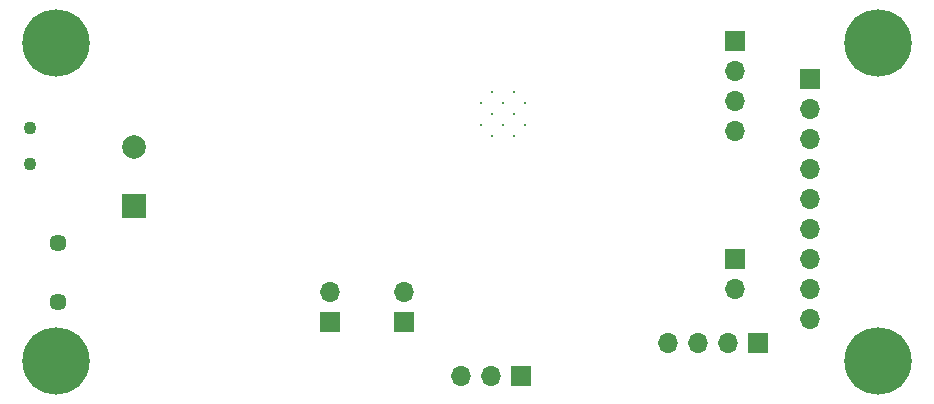
<source format=gbr>
%TF.GenerationSoftware,KiCad,Pcbnew,(5.1.9)-1*%
%TF.CreationDate,2021-04-09T17:12:20+02:00*%
%TF.ProjectId,mainboard,6d61696e-626f-4617-9264-2e6b69636164,rev?*%
%TF.SameCoordinates,Original*%
%TF.FileFunction,Soldermask,Bot*%
%TF.FilePolarity,Negative*%
%FSLAX46Y46*%
G04 Gerber Fmt 4.6, Leading zero omitted, Abs format (unit mm)*
G04 Created by KiCad (PCBNEW (5.1.9)-1) date 2021-04-09 17:12:20*
%MOMM*%
%LPD*%
G01*
G04 APERTURE LIST*
%ADD10C,5.700000*%
%ADD11C,3.600000*%
%ADD12O,1.700000X1.700000*%
%ADD13R,1.700000X1.700000*%
%ADD14C,2.000000*%
%ADD15R,2.000000X2.000000*%
%ADD16C,0.300000*%
%ADD17C,1.102360*%
%ADD18C,1.450000*%
G04 APERTURE END LIST*
D10*
%TO.C,J12*%
X144780000Y-112776000D03*
D11*
X144780000Y-112776000D03*
%TD*%
D10*
%TO.C,J11*%
X144780000Y-85852000D03*
D11*
X144780000Y-85852000D03*
%TD*%
D10*
%TO.C,J10*%
X75184000Y-112776000D03*
D11*
X75184000Y-112776000D03*
%TD*%
D10*
%TO.C,J9*%
X75184000Y-85852000D03*
D11*
X75184000Y-85852000D03*
%TD*%
D12*
%TO.C,J7*%
X132715000Y-93345000D03*
X132715000Y-90805000D03*
X132715000Y-88265000D03*
D13*
X132715000Y-85725000D03*
%TD*%
D14*
%TO.C,C3*%
X81788000Y-94695000D03*
D15*
X81788000Y-99695000D03*
%TD*%
D16*
%TO.C,U1*%
X113963500Y-93737000D03*
X112128500Y-93737000D03*
X114881000Y-92819500D03*
X113046000Y-92819500D03*
X111211000Y-92819500D03*
X113963500Y-91902000D03*
X112128500Y-91902000D03*
X114881000Y-90984500D03*
X113046000Y-90984500D03*
X111211000Y-90984500D03*
X113963500Y-90067000D03*
X112128500Y-90067000D03*
%TD*%
D17*
%TO.C,S3*%
X73025000Y-93116400D03*
X73025000Y-96113600D03*
%TD*%
D18*
%TO.C,J1*%
X75344000Y-107783000D03*
X75344000Y-102783000D03*
%TD*%
D12*
%TO.C,J8*%
X109474000Y-114046000D03*
X112014000Y-114046000D03*
D13*
X114554000Y-114046000D03*
%TD*%
D12*
%TO.C,J2*%
X127000000Y-111252000D03*
X129540000Y-111252000D03*
X132080000Y-111252000D03*
D13*
X134620000Y-111252000D03*
%TD*%
D12*
%TO.C,J6*%
X132715000Y-106680000D03*
D13*
X132715000Y-104140000D03*
%TD*%
D12*
%TO.C,J5*%
X98425000Y-106934000D03*
D13*
X98425000Y-109474000D03*
%TD*%
D12*
%TO.C,J4*%
X139065000Y-109220000D03*
X139065000Y-106680000D03*
X139065000Y-104140000D03*
X139065000Y-101600000D03*
X139065000Y-99060000D03*
X139065000Y-96520000D03*
X139065000Y-93980000D03*
X139065000Y-91440000D03*
D13*
X139065000Y-88900000D03*
%TD*%
D12*
%TO.C,J3*%
X104648000Y-106934000D03*
D13*
X104648000Y-109474000D03*
%TD*%
M02*

</source>
